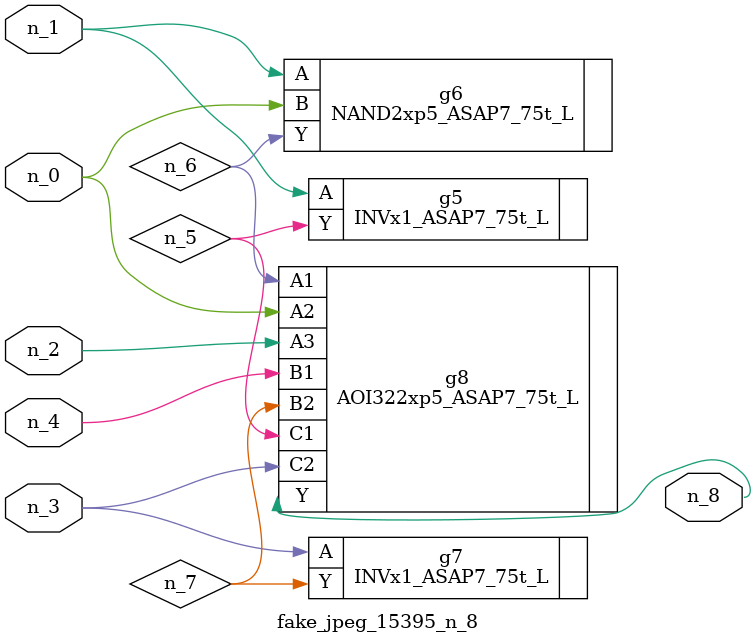
<source format=v>
module fake_jpeg_15395_n_8 (n_3, n_2, n_1, n_0, n_4, n_8);

input n_3;
input n_2;
input n_1;
input n_0;
input n_4;

output n_8;

wire n_6;
wire n_5;
wire n_7;

INVx1_ASAP7_75t_L g5 ( 
.A(n_1),
.Y(n_5)
);

NAND2xp5_ASAP7_75t_L g6 ( 
.A(n_1),
.B(n_0),
.Y(n_6)
);

INVx1_ASAP7_75t_L g7 ( 
.A(n_3),
.Y(n_7)
);

AOI322xp5_ASAP7_75t_L g8 ( 
.A1(n_6),
.A2(n_0),
.A3(n_2),
.B1(n_4),
.B2(n_7),
.C1(n_5),
.C2(n_3),
.Y(n_8)
);


endmodule
</source>
